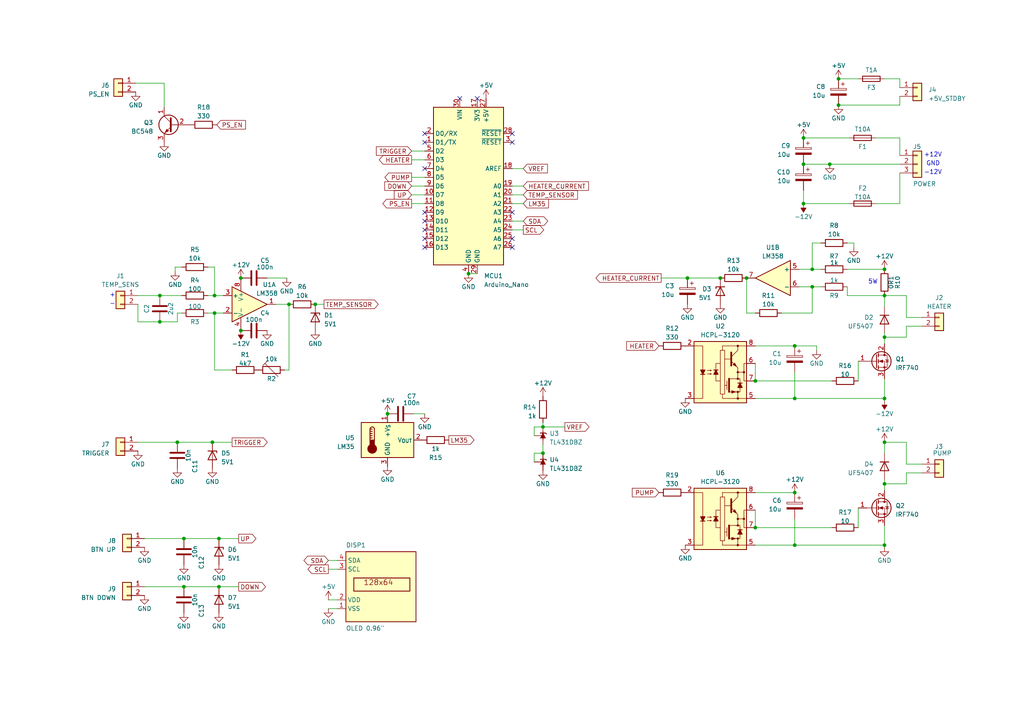
<source format=kicad_sch>
(kicad_sch (version 20230121) (generator eeschema)
  (paper "A4")
  (title_block (title "DDS-915-DIY") (date "2023-06-08") (rev "1.0") (company "RTEK1000"))
  (lib_symbols
    (symbol "Amplifier_Operational:LM358" (pin_names (offset 0.127))
      (property "Reference" "U" (at 0 5.08 0))
      (property "Value" "LM358" (at 0 -5.08 0))
      (symbol "LM358_1_1"
        (polyline (pts (xy -5.08 5.08) (xy 5.08 0) (xy -5.08 -5.08) (xy -5.08 5.08)) (stroke (width 0.254)) (fill (type background)))
        (pin output line (at 7.62 0 180) (length 2.54) (name "~") (number "1"))
        (pin input line (at -7.62 -2.54 0) (length 2.54) (name "-") (number "2"))
        (pin input line (at -7.62 2.54 0) (length 2.54) (name "+") (number "3"))
      )
      (symbol "LM358_2_1"
        (polyline (pts (xy -5.08 5.08) (xy 5.08 0) (xy -5.08 -5.08) (xy -5.08 5.08)) (stroke (width 0.254)) (fill (type background)))
        (pin input line (at -7.62 2.54 0) (length 2.54) (name "+") (number "5"))
        (pin input line (at -7.62 -2.54 0) (length 2.54) (name "-") (number "6"))
        (pin output line (at 7.62 0 180) (length 2.54) (name "~") (number "7"))
      )
      (symbol "LM358_3_1"
        (pin power_in line (at -2.54 -7.62 90) (length 3.81) (name "V-") (number "4"))
        (pin power_in line (at -2.54 7.62 270) (length 3.81) (name "V+") (number "8"))
      )
    )
    (symbol "Connector_Generic:Conn_01x02" (pin_names (offset 1.016) hide)
      (property "Reference" "J" (at 0 2.54 0))
      (property "Value" "Conn_01x02" (at 0 -5.08 0))
      (symbol "Conn_01x02_1_1"
        (rectangle (start -1.27 -2.413) (end 0 -2.667) (stroke (width 0.1524)))
        (rectangle (start -1.27 0.127) (end 0 -0.127) (stroke (width 0.1524)))
        (rectangle (start -1.27 1.27) (end 1.27 -3.81) (stroke (width 0.254)) (fill (type background)))
        (pin passive line (at -5.08 0 0) (length 3.81) (name "Pin_1") (number "1"))
        (pin passive line (at -5.08 -2.54 0) (length 3.81) (name "Pin_2") (number "2"))
      )
    )
    (symbol "Connector_Generic:Conn_01x03" (pin_names (offset 1.016) hide)
      (property "Reference" "J" (at 0 5.08 0))
      (property "Value" "Conn_01x03" (at 0 -5.08 0))
      (symbol "Conn_01x03_1_1"
        (rectangle (start -1.27 -2.413) (end 0 -2.667) (stroke (width 0.1524)))
        (rectangle (start -1.27 0.127) (end 0 -0.127) (stroke (width 0.1524)))
        (rectangle (start -1.27 2.667) (end 0 2.413) (stroke (width 0.1524)))
        (rectangle (start -1.27 3.81) (end 1.27 -3.81) (stroke (width 0.254)) (fill (type background)))
        (pin passive line (at -5.08 2.54 0) (length 3.81) (name "Pin_1") (number "1"))
        (pin passive line (at -5.08 0 0) (length 3.81) (name "Pin_2") (number "2"))
        (pin passive line (at -5.08 -2.54 0) (length 3.81) (name "Pin_3") (number "3"))
      )
    )
    (symbol "Device:C" (pin_numbers hide) (pin_names (offset 0.254))
      (property "Reference" "C" (at 0.635 2.54 0))
      (property "Value" "C" (at 0.635 -2.54 0))
      (symbol "C_0_1"
        (polyline (pts (xy -2.032 -0.762) (xy 2.032 -0.762)) (stroke (width 0.508)))
        (polyline (pts (xy -2.032 0.762) (xy 2.032 0.762)) (stroke (width 0.508)))
      )
      (symbol "C_1_1"
        (pin passive line (at 0 3.81 270) (length 2.794) (name "~") (number "1"))
        (pin passive line (at 0 -3.81 90) (length 2.794) (name "~") (number "2"))
      )
    )
    (symbol "Device:C_Polarized" (pin_numbers hide) (pin_names (offset 0.254))
      (property "Reference" "C" (at 0.635 2.54 0))
      (property "Value" "C_Polarized" (at 0.635 -2.54 0))
      (symbol "C_Polarized_0_1"
        (rectangle (start -2.286 0.508) (end 2.286 1.016))
        (polyline (pts (xy -1.778 2.286) (xy -0.762 2.286)))
        (polyline (pts (xy -1.27 2.794) (xy -1.27 1.778)))
        (rectangle (start 2.286 -0.508) (end -2.286 -1.016) (fill (type outline)))
      )
      (symbol "C_Polarized_1_1"
        (pin passive line (at 0 3.81 270) (length 2.794) (name "~") (number "1"))
        (pin passive line (at 0 -3.81 90) (length 2.794) (name "~") (number "2"))
      )
    )
    (symbol "Device:D" (pin_numbers hide) (pin_names (offset 1.016) hide)
      (property "Reference" "D" (at 0 2.54 0))
      (property "Value" "D" (at 0 -2.54 0))
      (symbol "D_0_1"
        (polyline (pts (xy -1.27 1.27) (xy -1.27 -1.27)) (stroke (width 0.254)))
        (polyline (pts (xy 1.27 0) (xy -1.27 0)))
        (polyline (pts (xy 1.27 1.27) (xy 1.27 -1.27) (xy -1.27 0) (xy 1.27 1.27)) (stroke (width 0.254)))
      )
      (symbol "D_1_1"
        (pin passive line (at -3.81 0 0) (length 2.54) (name "K") (number "1"))
        (pin passive line (at 3.81 0 180) (length 2.54) (name "A") (number "2"))
      )
    )
    (symbol "Device:D_Zener" (pin_numbers hide) (pin_names (offset 1.016) hide)
      (property "Reference" "D" (at 0 2.54 0))
      (property "Value" "D_Zener" (at 0 -2.54 0))
      (symbol "D_Zener_0_1"
        (polyline (pts (xy 1.27 0) (xy -1.27 0)))
        (polyline (pts (xy -1.27 -1.27) (xy -1.27 1.27) (xy -0.762 1.27)) (stroke (width 0.254)))
        (polyline (pts (xy 1.27 -1.27) (xy 1.27 1.27) (xy -1.27 0) (xy 1.27 -1.27)) (stroke (width 0.254)))
      )
      (symbol "D_Zener_1_1"
        (pin passive line (at -3.81 0 0) (length 2.54) (name "K") (number "1"))
        (pin passive line (at 3.81 0 180) (length 2.54) (name "A") (number "2"))
      )
    )
    (symbol "Device:Fuse" (pin_numbers hide) (pin_names (offset 0))
      (property "Reference" "F" (at 2.032 0 90))
      (property "Value" "Fuse" (at -1.905 0 90))
      (symbol "Fuse_0_1"
        (rectangle (start -0.762 -2.54) (end 0.762 2.54) (stroke (width 0.254)))
        (polyline (pts (xy 0 2.54) (xy 0 -2.54)))
      )
      (symbol "Fuse_1_1"
        (pin passive line (at 0 3.81 270) (length 1.27) (name "~") (number "1"))
        (pin passive line (at 0 -3.81 90) (length 1.27) (name "~") (number "2"))
      )
    )
    (symbol "Device:R" (pin_numbers hide) (pin_names (offset 0))
      (property "Reference" "R" (at 2.032 0 90))
      (property "Value" "R" (at 0 0 90))
      (symbol "R_0_1"
        (rectangle (start -1.016 -2.54) (end 1.016 2.54) (stroke (width 0.254)))
      )
      (symbol "R_1_1"
        (pin passive line (at 0 3.81 270) (length 1.27) (name "~") (number "1"))
        (pin passive line (at 0 -3.81 90) (length 1.27) (name "~") (number "2"))
      )
    )
    (symbol "Device:R_Trim" (pin_numbers hide) (pin_names (offset 0))
      (property "Reference" "R" (at 2.54 -2.54 90))
      (property "Value" "R_Trim" (at -2.54 -0.635 90))
      (symbol "R_Trim_0_1"
        (rectangle (start -1.016 -2.54) (end 1.016 2.54) (stroke (width 0.254)))
        (polyline (pts (xy -1.905 -1.905) (xy 1.905 1.905) (xy 2.54 1.27) (xy 1.27 2.54)))
      )
      (symbol "R_Trim_1_1"
        (pin passive line (at 0 3.81 270) (length 1.27) (name "~") (number "1"))
        (pin passive line (at 0 -3.81 90) (length 1.27) (name "~") (number "2"))
      )
    )
    (symbol "Driver_FET:HCPL-3120" (pin_names hide)
      (property "Reference" "U" (at 0 12.7 0))
      (property "Value" "HCPL-3120" (at 0 10.16 0))
      (symbol "HCPL-3120_0_1"
        (rectangle (start -7.62 8.89) (end 7.62 -8.89) (stroke (width 0.254)) (fill (type background)))
        (polyline (pts (xy -5.715 -0.635) (xy -4.445 -0.635)) (stroke (width 0.254)))
        (polyline (pts (xy -0.635 0.635) (xy -1.905 0.635)) (stroke (width 0.254)))
        (polyline (pts (xy 1.27 -3.81) (xy 1.905 -3.81)))
        (polyline (pts (xy 1.905 -5.08) (xy 1.905 -2.54)))
        (polyline (pts (xy 2.54 -5.715) (xy 2.54 -1.905)) (stroke (width 0.508)))
        (polyline (pts (xy 3.048 3.81) (xy 1.27 3.81)))
        (polyline (pts (xy 3.175 4.445) (xy 5.08 6.35)))
        (polyline (pts (xy 4.445 -1.905) (xy 2.54 -1.905)))
        (polyline (pts (xy 5.08 -5.715) (xy 5.08 -7.62)))
        (polyline (pts (xy 5.08 0) (xy 6.858 0)))
        (polyline (pts (xy 5.08 1.27) (xy 3.175 3.175)) (fill (type outline)))
        (polyline (pts (xy 5.08 1.27) (xy 5.08 -1.905)))
        (polyline (pts (xy 5.08 6.35) (xy 5.08 7.62)))
        (polyline (pts (xy 6.35 -3.175) (xy 5.08 -3.175)) (stroke (width 0.254)))
        (polyline (pts (xy 7.62 7.62) (xy 0.635 7.62)))
        (polyline (pts (xy -1.27 -0.635) (xy -1.27 -2.54) (xy 0 -2.54)))
        (polyline (pts (xy -1.27 0.635) (xy -1.27 2.54) (xy 0 2.54)))
        (polyline (pts (xy 0.635 -6.35) (xy 0.635 -7.62) (xy 7.62 -7.62)))
        (polyline (pts (xy 3.175 5.715) (xy 3.175 1.905) (xy 3.175 1.905)) (stroke (width 0.508)))
        (polyline (pts (xy 4.445 -1.905) (xy 5.715 -1.905) (xy 5.715 -3.175)))
        (polyline (pts (xy 5.715 -4.445) (xy 5.715 -5.715) (xy 2.54 -5.715)))
        (polyline (pts (xy -7.62 7.62) (xy -5.08 7.62) (xy -5.08 -7.62) (xy -7.62 -7.62)))
        (polyline (pts (xy -5.08 -0.635) (xy -5.715 0.635) (xy -4.445 0.635) (xy -5.08 -0.635)) (stroke (width 0.254)) (fill (type outline)))
        (polyline (pts (xy -1.27 0.635) (xy -0.635 -0.635) (xy -1.905 -0.635) (xy -1.27 0.635)) (stroke (width 0.254)) (fill (type outline)))
        (polyline (pts (xy 4.445 -5.715) (xy 3.302 -5.334) (xy 3.302 -6.096) (xy 4.445 -5.715)) (fill (type outline)))
        (polyline (pts (xy 5.715 -3.175) (xy 6.35 -4.445) (xy 5.08 -4.445) (xy 5.715 -3.175)) (stroke (width 0.254)) (fill (type outline)))
        (polyline (pts (xy 7.62 2.54) (xy 6.858 2.54) (xy 6.858 -2.54) (xy 7.62 -2.54)))
        (polyline (pts (xy -3.81 -0.508) (xy -2.54 -0.508) (xy -2.921 -0.635) (xy -2.921 -0.381) (xy -2.54 -0.508)))
        (polyline (pts (xy -3.81 0.508) (xy -2.54 0.508) (xy -2.921 0.381) (xy -2.921 0.635) (xy -2.54 0.508)))
        (polyline (pts (xy 1.27 6.35) (xy 1.27 -6.35) (xy 0 -6.35) (xy 0 6.35) (xy 1.27 6.35)))
        (polyline (pts (xy 3.683 2.159) (xy 4.191 2.667) (xy 4.699 1.651) (xy 3.683 2.159) (xy 3.683 2.159)) (fill (type outline)))
        (rectangle (start 0.635 6.35) (end 0.635 6.35))
        (rectangle (start 0.635 6.35) (end 0.635 7.62))
        (circle (center 5.08 -7.62) (radius 0.254) (fill (type outline)))
        (circle (center 5.08 -5.715) (radius 0.254) (fill (type outline)))
        (circle (center 5.08 -1.905) (radius 0.254) (fill (type outline)))
        (circle (center 5.08 0) (radius 0.254) (fill (type outline)))
        (circle (center 5.08 7.62) (radius 0.254) (fill (type outline)))
        (circle (center 6.858 0) (radius 0.254) (fill (type outline)))
      )
      (symbol "HCPL-3120_1_1"
        (pin no_connect line (at -7.62 2.54 0) (length 2.54) hide (name "NC") (number "1"))
        (pin passive line (at -10.16 7.62 0) (length 2.54) (name "A") (number "2"))
        (pin passive line (at -10.16 -7.62 0) (length 2.54) (name "C") (number "3"))
        (pin no_connect line (at -7.62 -2.54 0) (length 2.54) hide (name "NC") (number "4"))
        (pin power_out line (at 10.16 -7.62 180) (length 2.54) (name "VEE") (number "5"))
        (pin output line (at 10.16 2.54 180) (length 2.54) (name "VO") (number "6"))
        (pin output line (at 10.16 -2.54 180) (length 2.54) (name "VO") (number "7"))
        (pin power_in line (at 10.16 7.62 180) (length 2.54) (name "VCC") (number "8"))
      )
    )
    (symbol "MCU_Module:Arduino_Nano_v3.x"
      (property "Reference" "A" (at -10.16 23.495 0))
      (property "Value" "Arduino_Nano_v3.x" (at 5.08 -24.13 0))
      (symbol "Arduino_Nano_v3.x_0_1"
        (rectangle (start -10.16 22.86) (end 10.16 -22.86) (stroke (width 0.254)) (fill (type background)))
      )
      (symbol "Arduino_Nano_v3.x_1_1"
        (pin bidirectional line (at -12.7 12.7 0) (length 2.54) (name "D1/TX") (number "1"))
        (pin bidirectional line (at -12.7 -2.54 0) (length 2.54) (name "D7") (number "10"))
        (pin bidirectional line (at -12.7 -5.08 0) (length 2.54) (name "D8") (number "11"))
        (pin bidirectional line (at -12.7 -7.62 0) (length 2.54) (name "D9") (number "12"))
        (pin bidirectional line (at -12.7 -10.16 0) (length 2.54) (name "D10") (number "13"))
        (pin bidirectional line (at -12.7 -12.7 0) (length 2.54) (name "D11") (number "14"))
        (pin bidirectional line (at -12.7 -15.24 0) (length 2.54) (name "D12") (number "15"))
        (pin bidirectional line (at -12.7 -17.78 0) (length 2.54) (name "D13") (number "16"))
        (pin power_out line (at 2.54 25.4 270) (length 2.54) (name "3V3") (number "17"))
        (pin input line (at 12.7 5.08 180) (length 2.54) (name "AREF") (number "18"))
        (pin bidirectional line (at 12.7 0 180) (length 2.54) (name "A0") (number "19"))
        (pin bidirectional line (at -12.7 15.24 0) (length 2.54) (name "D0/RX") (number "2"))
        (pin bidirectional line (at 12.7 -2.54 180) (length 2.54) (name "A1") (number "20"))
        (pin bidirectional line (at 12.7 -5.08 180) (length 2.54) (name "A2") (number "21"))
        (pin bidirectional line (at 12.7 -7.62 180) (length 2.54) (name "A3") (number "22"))
        (pin bidirectional line (at 12.7 -10.16 180) (length 2.54) (name "A4") (number "23"))
        (pin bidirectional line (at 12.7 -12.7 180) (length 2.54) (name "A5") (number "24"))
        (pin bidirectional line (at 12.7 -15.24 180) (length 2.54) (name "A6") (number "25"))
        (pin bidirectional line (at 12.7 -17.78 180) (length 2.54) (name "A7") (number "26"))
        (pin power_out line (at 5.08 25.4 270) (length 2.54) (name "+5V") (number "27"))
        (pin input line (at 12.7 15.24 180) (length 2.54) (name "~{RESET}") (number "28"))
        (pin power_in line (at 2.54 -25.4 90) (length 2.54) (name "GND") (number "29"))
        (pin input line (at 12.7 12.7 180) (length 2.54) (name "~{RESET}") (number "3"))
        (pin power_in line (at -2.54 25.4 270) (length 2.54) (name "VIN") (number "30"))
        (pin power_in line (at 0 -25.4 90) (length 2.54) (name "GND") (number "4"))
        (pin bidirectional line (at -12.7 10.16 0) (length 2.54) (name "D2") (number "5"))
        (pin bidirectional line (at -12.7 7.62 0) (length 2.54) (name "D3") (number "6"))
        (pin bidirectional line (at -12.7 5.08 0) (length 2.54) (name "D4") (number "7"))
        (pin bidirectional line (at -12.7 2.54 0) (length 2.54) (name "D5") (number "8"))
        (pin bidirectional line (at -12.7 0 0) (length 2.54) (name "D6") (number "9"))
      )
    )
    (symbol "OLED:OLED_0.96"
      (property "Reference" "DISP" (at -8.89 11.43 0))
      (symbol "OLED_0.96_0_0"
        (rectangle (start -7.874 2.54) (end 8.382 -1.27) (stroke (width 0.254)))
      )
      (symbol "OLED_0.96_0_1"
        (rectangle (start -10.16 10.16) (end 10.16 -10.16) (stroke (width 0.254)) (fill (type background)))
      )
      (symbol "OLED_0.96_1_0"
        (text "128x64" (at -5.08 1.27 0) (effects (font (size 1.524 1.524)) (justify left)))
      )
      (symbol "OLED_0.96_1_1"
        (pin power_in line (at -12.7 -6.35 0) (length 2.54) (name "VSS") (number "1"))
        (pin power_in line (at -12.7 -3.81 0) (length 2.54) (name "VDD") (number "2"))
        (pin input line (at -12.7 5.08 0) (length 2.54) (name "SCL") (number "3"))
        (pin bidirectional line (at -12.7 7.62 0) (length 2.54) (name "SDA") (number "4"))
      )
    )
    (symbol "Reference_Voltage:TL431DBZ" (pin_numbers hide) (pin_names hide)
      (property "Reference" "U" (at -2.54 2.54 0))
      (property "Value" "TL431DBZ" (at 0 -2.54 0))
      (symbol "TL431DBZ_0_1"
        (polyline (pts (xy -1.27 0) (xy 0 0) (xy 1.27 0)))
        (polyline (pts (xy -0.762 0.762) (xy 0.762 0) (xy -0.762 -0.762)) (fill (type outline)))
        (polyline (pts (xy 0.508 -1.016) (xy 0.762 -0.762) (xy 0.762 0.762) (xy 0.762 0.762)) (stroke (width 0.254)))
      )
      (symbol "TL431DBZ_1_1"
        (pin passive line (at 2.54 0 180) (length 2.54) (name "K") (number "1"))
        (pin passive line (at 0 2.54 270) (length 2.54) (name "REF") (number "2"))
        (pin passive line (at -2.54 0 0) (length 2.54) (name "A") (number "3"))
      )
    )
    (symbol "Sensor_Temperature:LM35-LP"
      (property "Reference" "U" (at -6.35 6.35 0))
      (property "Value" "LM35-LP" (at 1.27 6.35 0))
      (symbol "LM35-LP_0_1"
        (rectangle (start -7.62 5.08) (end 7.62 -5.08) (stroke (width 0.254)) (fill (type background)))
        (circle (center -4.445 -2.54) (radius 1.27) (stroke (width 0.254)) (fill (type outline)))
        (rectangle (start -3.81 -1.905) (end -5.08 0) (stroke (width 0.254)) (fill (type outline)))
        (arc (start -3.81 3.175) (mid -4.445 3.8073) (end -5.08 3.175) (stroke (width 0.254)))
        (polyline (pts (xy -5.08 0.635) (xy -4.445 0.635)) (stroke (width 0.254)))
        (polyline (pts (xy -5.08 1.27) (xy -4.445 1.27)) (stroke (width 0.254)))
        (polyline (pts (xy -5.08 1.905) (xy -4.445 1.905)) (stroke (width 0.254)))
        (polyline (pts (xy -5.08 2.54) (xy -4.445 2.54)) (stroke (width 0.254)))
        (polyline (pts (xy -5.08 3.175) (xy -5.08 0)) (stroke (width 0.254)))
        (polyline (pts (xy -5.08 3.175) (xy -4.445 3.175)) (stroke (width 0.254)))
        (polyline (pts (xy -3.81 3.175) (xy -3.81 0)) (stroke (width 0.254)))
      )
      (symbol "LM35-LP_1_1"
        (pin power_in line (at 0 7.62 270) (length 2.54) (name "+V_{S}") (number "1"))
        (pin output line (at 10.16 0 180) (length 2.54) (name "V_{OUT}") (number "2"))
        (pin power_in line (at 0 -7.62 90) (length 2.54) (name "GND") (number "3"))
      )
    )
    (symbol "Transistor_BJT:BC548" (pin_names (offset 0) hide)
      (property "Reference" "Q" (at 5.08 1.905 0))
      (property "Value" "BC548" (at 5.08 0 0))
      (symbol "BC548_0_1"
        (polyline (pts (xy 0 0) (xy 0.635 0)))
        (polyline (pts (xy 0.635 0.635) (xy 2.54 2.54)))
        (polyline (pts (xy 0.635 -0.635) (xy 2.54 -2.54) (xy 2.54 -2.54)))
        (polyline (pts (xy 0.635 1.905) (xy 0.635 -1.905) (xy 0.635 -1.905)) (stroke (width 0.508)))
        (polyline (pts (xy 1.27 -1.778) (xy 1.778 -1.27) (xy 2.286 -2.286) (xy 1.27 -1.778) (xy 1.27 -1.778)) (fill (type outline)))
        (circle (center 1.27 0) (radius 2.8194) (stroke (width 0.254)))
      )
      (symbol "BC548_1_1"
        (pin passive line (at 2.54 5.08 270) (length 2.54) (name "C") (number "1"))
        (pin input line (at -5.08 0 0) (length 5.08) (name "B") (number "2"))
        (pin passive line (at 2.54 -5.08 90) (length 2.54) (name "E") (number "3"))
      )
    )
    (symbol "Transistor_FET:IRF740" (pin_names hide)
      (property "Reference" "Q" (at 6.35 1.905 0))
      (property "Value" "IRF740" (at 6.35 0 0))
      (symbol "IRF740_0_1"
        (polyline (pts (xy 0.254 0) (xy -2.54 0)))
        (polyline (pts (xy 0.254 1.905) (xy 0.254 -1.905)) (stroke (width 0.254)))
        (polyline (pts (xy 0.762 -1.27) (xy 0.762 -2.286)) (stroke (width 0.254)))
        (polyline (pts (xy 0.762 0.508) (xy 0.762 -0.508)) (stroke (width 0.254)))
        (polyline (pts (xy 0.762 2.286) (xy 0.762 1.27)) (stroke (width 0.254)))
        (polyline (pts (xy 2.54 2.54) (xy 2.54 1.778)))
        (polyline (pts (xy 2.54 -2.54) (xy 2.54 0) (xy 0.762 0)))
        (polyline (pts (xy 0.762 -1.778) (xy 3.302 -1.778) (xy 3.302 1.778) (xy 0.762 1.778)))
        (polyline (pts (xy 1.016 0) (xy 2.032 0.381) (xy 2.032 -0.381) (xy 1.016 0)) (fill (type outline)))
        (polyline (pts (xy 2.794 0.508) (xy 2.921 0.381) (xy 3.683 0.381) (xy 3.81 0.254)))
        (polyline (pts (xy 3.302 0.381) (xy 2.921 -0.254) (xy 3.683 -0.254) (xy 3.302 0.381)))
        (circle (center 1.651 0) (radius 2.794) (stroke (width 0.254)))
        (circle (center 2.54 -1.778) (radius 0.254) (fill (type outline)))
        (circle (center 2.54 1.778) (radius 0.254) (fill (type outline)))
      )
      (symbol "IRF740_1_1"
        (pin input line (at -5.08 0 0) (length 2.54) (name "G") (number "1"))
        (pin passive line (at 2.54 5.08 270) (length 2.54) (name "D") (number "2"))
        (pin passive line (at 2.54 -5.08 90) (length 2.54) (name "S") (number "3"))
      )
    )
    (symbol "power:+12V" (power) (pin_names (offset 0))
      (property "Value" "+12V" (at 0 3.556 0))
      (symbol "+12V_0_1"
        (polyline (pts (xy -0.762 1.27) (xy 0 2.54)))
        (polyline (pts (xy 0 0) (xy 0 2.54)))
        (polyline (pts (xy 0 2.54) (xy 0.762 1.27)))
      )
      (symbol "+12V_1_1"
        (pin power_in line (at 0 0 90) (length 0) hide (name "+12V") (number "1"))
      )
    )
    (symbol "power:+5V" (power) (pin_names (offset 0))
      (property "Value" "+5V" (at 0 3.556 0))
      (symbol "+5V_0_1"
        (polyline (pts (xy -0.762 1.27) (xy 0 2.54)))
        (polyline (pts (xy 0 0) (xy 0 2.54)))
        (polyline (pts (xy 0 2.54) (xy 0.762 1.27)))
      )
      (symbol "+5V_1_1"
        (pin power_in line (at 0 0 90) (length 0) hide (name "+5V") (number "1"))
      )
    )
    (symbol "power:-12V" (power) (pin_names (offset 0))
      (property "Value" "-12V" (at 0 3.81 0))
      (symbol "-12V_0_0"
        (pin power_in line (at 0 0 90) (length 0) hide (name "-12V") (number "1"))
      )
      (symbol "-12V_0_1"
        (polyline (pts (xy 0 0) (xy 0 1.27) (xy 0.762 1.27) (xy 0 2.54) (xy -0.762 1.27) (xy 0 1.27)) (fill (type outline)))
      )
    )
    (symbol "power:GND" (power) (pin_names (offset 0))
      (property "Value" "GND" (at 0 -3.81 0))
      (symbol "GND_0_1"
        (polyline (pts (xy 0 0) (xy 0 -1.27) (xy 1.27 -1.27) (xy 0 -2.54) (xy -1.27 -1.27) (xy 0 -1.27)))
      )
      (symbol "GND_1_1"
        (pin power_in line (at 0 0 270) (length 0) hide (name "GND") (number "1"))
      )
    )
  )
  (junction (at 256.54 115.57))
  (junction (at 256.54 97.79))
  (junction (at 256.54 140.335))
  (junction (at 243.205 22.86))
  (junction (at 62.23 90.805))
  (junction (at 83.82 88.265))
  (junction (at 235.585 78.105))
  (junction (at 208.915 80.645))
  (junction (at 230.505 142.875))
  (junction (at 233.045 40.005))
  (junction (at 256.54 158.115))
  (junction (at 69.85 80.645))
  (junction (at 240.665 47.625))
  (junction (at 199.39 80.645))
  (junction (at 53.34 156.21))
  (junction (at 69.85 95.885))
  (junction (at 219.075 110.49))
  (junction (at 112.395 120.015))
  (junction (at 256.54 85.725))
  (junction (at 233.045 47.625))
  (junction (at 63.5 156.21))
  (junction (at 135.89 79.375))
  (junction (at 91.44 88.265))
  (junction (at 256.54 128.27))
  (junction (at 157.48 123.825))
  (junction (at 219.075 153.035))
  (junction (at 256.54 78.105))
  (junction (at 53.34 170.18))
  (junction (at 243.205 30.48))
  (junction (at 46.355 93.345))
  (junction (at 235.585 83.185))
  (junction (at 51.435 128.27))
  (junction (at 230.505 158.115))
  (junction (at 216.535 80.645))
  (junction (at 230.505 100.33))
  (junction (at 63.5 170.18))
  (junction (at 157.48 131.445))
  (junction (at 62.23 85.725))
  (junction (at 61.595 128.27))
  (junction (at 230.505 115.57))
  (junction (at 46.355 85.725))
  (junction (at 233.045 59.055))
  (no_connect (at 123.19 69.215))
  (no_connect (at 123.19 64.135))
  (no_connect (at 123.19 66.675))
  (no_connect (at 148.59 41.275))
  (no_connect (at 133.35 28.575))
  (no_connect (at 148.59 71.755))
  (no_connect (at 123.19 48.895))
  (no_connect (at 123.19 38.735))
  (no_connect (at 148.59 61.595))
  (no_connect (at 123.19 41.275))
  (no_connect (at 138.43 28.575))
  (no_connect (at 148.59 38.735))
  (no_connect (at 123.19 71.755))
  (no_connect (at 123.19 61.595))
  (no_connect (at 148.59 69.215))
  (wire (pts (xy 83.82 88.265) (xy 83.82 107.315)))
  (wire (pts (xy 262.89 94.615) (xy 262.89 97.79)))
  (wire (pts (xy 260.985 22.86) (xy 256.54 22.86)))
  (wire (pts (xy 119.38 43.815) (xy 123.19 43.815)))
  (wire (pts (xy 230.505 107.95) (xy 230.505 115.57)))
  (wire (pts (xy 230.505 100.33) (xy 219.075 100.33)))
  (wire (pts (xy 67.31 107.315) (xy 62.23 107.315)))
  (wire (pts (xy 246.38 59.055) (xy 233.045 59.055)))
  (wire (pts (xy 262.89 137.16) (xy 262.89 140.335)))
  (wire (pts (xy 262.89 134.62) (xy 262.89 128.27)))
  (wire (pts (xy 69.215 156.21) (xy 63.5 156.21)))
  (wire (pts (xy 238.125 78.105) (xy 235.585 78.105)))
  (wire (pts (xy 157.48 122.555) (xy 157.48 123.825)))
  (wire (pts (xy 67.31 128.27) (xy 61.595 128.27)))
  (wire (pts (xy 248.92 104.775) (xy 248.92 110.49)))
  (wire (pts (xy 95.25 162.56) (xy 97.79 162.56)))
  (wire (pts (xy 119.38 51.435) (xy 123.19 51.435)))
  (wire (pts (xy 61.595 128.27) (xy 51.435 128.27)))
  (wire (pts (xy 47.625 24.13) (xy 47.625 31.115)))
  (wire (pts (xy 256.54 158.115) (xy 230.505 158.115)))
  (wire (pts (xy 267.335 134.62) (xy 262.89 134.62)))
  (wire (pts (xy 151.765 66.675) (xy 148.59 66.675)))
  (wire (pts (xy 256.54 78.105) (xy 245.745 78.105)))
  (wire (pts (xy 199.39 80.645) (xy 191.77 80.645)))
  (wire (pts (xy 119.38 53.975) (xy 123.19 53.975)))
  (wire (pts (xy 256.54 97.79) (xy 256.54 99.695)))
  (wire (pts (xy 51.435 128.27) (xy 40.005 128.27)))
  (wire (pts (xy 154.94 123.825) (xy 154.94 126.365)))
  (wire (pts (xy 148.59 56.515) (xy 151.765 56.515)))
  (wire (pts (xy 256.54 139.065) (xy 256.54 140.335)))
  (wire (pts (xy 50.8 77.47) (xy 50.8 78.74)))
  (wire (pts (xy 236.855 101.6) (xy 236.855 100.33)))
  (wire (pts (xy 62.23 77.47) (xy 62.23 85.725)))
  (wire (pts (xy 260.985 59.055) (xy 254 59.055)))
  (wire (pts (xy 238.125 83.185) (xy 235.585 83.185)))
  (wire (pts (xy 52.705 77.47) (xy 50.8 77.47)))
  (wire (pts (xy 248.92 147.32) (xy 248.92 153.035)))
  (wire (pts (xy 267.335 92.075) (xy 262.89 92.075)))
  (wire (pts (xy 60.325 77.47) (xy 62.23 77.47)))
  (wire (pts (xy 230.505 142.875) (xy 219.075 142.875)))
  (wire (pts (xy 256.54 152.4) (xy 256.54 158.115)))
  (wire (pts (xy 236.855 100.33) (xy 230.505 100.33)))
  (wire (pts (xy 241.3 153.035) (xy 219.075 153.035)))
  (wire (pts (xy 256.54 85.725) (xy 256.54 88.9)))
  (wire (pts (xy 230.505 150.495) (xy 230.505 158.115)))
  (wire (pts (xy 235.585 90.805) (xy 235.585 83.185)))
  (wire (pts (xy 60.325 85.725) (xy 62.23 85.725)))
  (wire (pts (xy 260.985 45.085) (xy 260.985 40.005)))
  (wire (pts (xy 235.585 70.485) (xy 235.585 78.105)))
  (wire (pts (xy 235.585 78.105) (xy 231.775 78.105)))
  (wire (pts (xy 52.705 90.805) (xy 51.435 90.805)))
  (wire (pts (xy 247.65 71.755) (xy 247.65 70.485)))
  (wire (pts (xy 245.745 85.725) (xy 256.54 85.725)))
  (wire (pts (xy 62.23 85.725) (xy 64.77 85.725)))
  (wire (pts (xy 69.215 170.18) (xy 63.5 170.18)))
  (wire (pts (xy 46.355 93.345) (xy 51.435 93.345)))
  (wire (pts (xy 262.89 128.27) (xy 256.54 128.27)))
  (wire (pts (xy 260.985 30.48) (xy 243.205 30.48)))
  (wire (pts (xy 260.985 27.94) (xy 260.985 30.48)))
  (wire (pts (xy 151.765 48.895) (xy 148.59 48.895)))
  (wire (pts (xy 119.38 59.055) (xy 123.19 59.055)))
  (wire (pts (xy 51.435 93.345) (xy 51.435 90.805)))
  (wire (pts (xy 83.82 107.315) (xy 82.55 107.315)))
  (wire (pts (xy 230.505 115.57) (xy 219.075 115.57)))
  (wire (pts (xy 219.075 90.805) (xy 216.535 90.805)))
  (wire (pts (xy 262.89 85.725) (xy 256.54 85.725)))
  (wire (pts (xy 262.89 97.79) (xy 256.54 97.79)))
  (wire (pts (xy 267.335 94.615) (xy 262.89 94.615)))
  (wire (pts (xy 62.23 90.805) (xy 64.77 90.805)))
  (wire (pts (xy 95.25 165.1) (xy 97.79 165.1)))
  (wire (pts (xy 238.125 70.485) (xy 235.585 70.485)))
  (wire (pts (xy 151.765 64.135) (xy 148.59 64.135)))
  (wire (pts (xy 60.325 90.805) (xy 62.23 90.805)))
  (wire (pts (xy 95.25 173.99) (xy 97.79 173.99)))
  (wire (pts (xy 262.89 140.335) (xy 256.54 140.335)))
  (wire (pts (xy 119.38 46.355) (xy 123.19 46.355)))
  (wire (pts (xy 260.985 25.4) (xy 260.985 22.86)))
  (wire (pts (xy 123.19 120.015) (xy 120.015 120.015)))
  (wire (pts (xy 256.54 115.57) (xy 256.54 116.205)))
  (wire (pts (xy 40.005 88.265) (xy 40.005 93.345)))
  (wire (pts (xy 157.48 128.905) (xy 157.48 131.445)))
  (wire (pts (xy 226.695 90.805) (xy 235.585 90.805)))
  (wire (pts (xy 219.075 110.49) (xy 241.3 110.49)))
  (wire (pts (xy 39.37 24.13) (xy 47.625 24.13)))
  (wire (pts (xy 91.44 88.265) (xy 93.98 88.265)))
  (wire (pts (xy 240.665 47.625) (xy 233.045 47.625)))
  (wire (pts (xy 148.59 53.975) (xy 151.765 53.975)))
  (wire (pts (xy 53.34 156.21) (xy 41.91 156.21)))
  (wire (pts (xy 233.045 40.005) (xy 246.38 40.005)))
  (wire (pts (xy 256.54 109.855) (xy 256.54 115.57)))
  (wire (pts (xy 46.355 85.725) (xy 52.705 85.725)))
  (wire (pts (xy 256.54 128.27) (xy 256.54 131.445)))
  (wire (pts (xy 248.92 22.86) (xy 243.205 22.86)))
  (wire (pts (xy 40.005 93.345) (xy 46.355 93.345)))
  (wire (pts (xy 119.38 56.515) (xy 123.19 56.515)))
  (wire (pts (xy 216.535 90.805) (xy 216.535 80.645)))
  (wire (pts (xy 63.5 170.18) (xy 53.34 170.18)))
  (wire (pts (xy 148.59 59.055) (xy 151.765 59.055)))
  (wire (pts (xy 233.045 59.055) (xy 233.045 55.245)))
  (wire (pts (xy 262.89 92.075) (xy 262.89 85.725)))
  (wire (pts (xy 235.585 83.185) (xy 231.775 83.185)))
  (wire (pts (xy 154.94 131.445) (xy 154.94 133.985)))
  (wire (pts (xy 254 40.005) (xy 260.985 40.005)))
  (wire (pts (xy 256.54 115.57) (xy 230.505 115.57)))
  (wire (pts (xy 95.25 176.53) (xy 97.79 176.53)))
  (wire (pts (xy 267.335 137.16) (xy 262.89 137.16)))
  (wire (pts (xy 77.47 80.645) (xy 83.185 80.645)))
  (wire (pts (xy 80.01 88.265) (xy 83.82 88.265)))
  (wire (pts (xy 62.23 107.315) (xy 62.23 90.805)))
  (wire (pts (xy 157.48 131.445) (xy 154.94 131.445)))
  (wire (pts (xy 208.915 80.645) (xy 199.39 80.645)))
  (wire (pts (xy 157.48 123.825) (xy 154.94 123.825)))
  (wire (pts (xy 157.48 123.825) (xy 163.83 123.825)))
  (wire (pts (xy 247.65 70.485) (xy 245.745 70.485)))
  (wire (pts (xy 256.54 96.52) (xy 256.54 97.79)))
  (wire (pts (xy 230.505 158.115) (xy 219.075 158.115)))
  (wire (pts (xy 53.34 170.18) (xy 41.91 170.18)))
  (wire (pts (xy 240.665 47.625) (xy 260.985 47.625)))
  (wire (pts (xy 40.005 85.725) (xy 46.355 85.725)))
  (wire (pts (xy 256.54 140.335) (xy 256.54 142.24)))
  (wire (pts (xy 245.745 83.185) (xy 245.745 85.725)))
  (wire (pts (xy 260.985 50.165) (xy 260.985 59.055)))
  (wire (pts (xy 219.075 147.955) (xy 219.075 153.035)))
  (wire (pts (xy 219.075 105.41) (xy 219.075 110.49)))
  (wire (pts (xy 256.54 158.115) (xy 256.54 158.75)))
  (wire (pts (xy 135.89 79.375) (xy 138.43 79.375)))
  (wire (pts (xy 63.5 156.21) (xy 53.34 156.21)))
  (text "+12V" (at 267.97 45.72 0) (effects (font (size 1.27 1.27)) (justify left bottom)))
  (text "-12V" (at 267.97 50.8 0) (effects (font (size 1.27 1.27)) (justify left bottom)))
  (text "-" (at 31.75 88.9 0) (effects (font (size 1.27 1.27)) (justify left bottom)))
  (text "+" (at 31.75 86.36 0) (effects (font (size 1.27 1.27)) (justify left bottom)))
  (text "GND" (at 268.605 48.26 0) (effects (font (size 1.27 1.27)) (justify left bottom)))
  (text "5W" (at 254.635 82.55 0) (effects (font (size 1.27 1.27)) (justify right bottom)))
  (global_label "LM35" (shape output) (at 130.175 127.635 0) (property "Intersheetrefs" "${INTERSHEET_REFS}" (effects hide)))
  (global_label "PS_EN" (shape output) (at 119.38 59.055 180) (property "Intersheetrefs" "${INTERSHEET_REFS}" (effects hide)))
  (global_label "PUMP" (shape input) (at 191.135 142.875 180) (property "Intersheetrefs" "${INTERSHEET_REFS}" (effects hide)))
  (global_label "TEMP_SENSOR" (shape output) (at 93.98 88.265 0) (property "Intersheetrefs" "${INTERSHEET_REFS}" (effects hide)))
  (global_label "HEATER" (shape input) (at 191.135 100.33 180) (property "Intersheetrefs" "${INTERSHEET_REFS}" (effects hide)))
  (global_label "TRIGGER" (shape output) (at 67.31 128.27 0) (property "Intersheetrefs" "${INTERSHEET_REFS}" (effects hide)))
  (global_label "UP" (shape output) (at 69.215 156.21 0) (property "Intersheetrefs" "${INTERSHEET_REFS}" (effects hide)))
  (global_label "SCL" (shape output) (at 151.765 66.675 0) (property "Intersheetrefs" "${INTERSHEET_REFS}" (effects hide)))
  (global_label "DOWN" (shape output) (at 69.215 170.18 0) (property "Intersheetrefs" "${INTERSHEET_REFS}" (effects hide)))
  (global_label "PUMP" (shape output) (at 119.38 51.435 180) (property "Intersheetrefs" "${INTERSHEET_REFS}" (effects hide)))
  (global_label "LM35" (shape input) (at 151.765 59.055 0) (property "Intersheetrefs" "${INTERSHEET_REFS}" (effects hide)))
  (global_label "PS_EN" (shape input) (at 62.865 36.195 0) (property "Intersheetrefs" "${INTERSHEET_REFS}" (effects hide)))
  (global_label "HEATER" (shape output) (at 119.38 46.355 180) (property "Intersheetrefs" "${INTERSHEET_REFS}" (effects hide)))
  (global_label "VREF" (shape output) (at 163.83 123.825 0) (property "Intersheetrefs" "${INTERSHEET_REFS}" (effects hide)))
  (global_label "TRIGGER" (shape input) (at 119.38 43.815 180) (property "Intersheetrefs" "${INTERSHEET_REFS}" (effects hide)))
  (global_label "SDA" (shape bidirectional) (at 151.765 64.135 0) (property "Intersheetrefs" "${INTERSHEET_REFS}" (effects hide)))
  (global_label "TEMP_SENSOR" (shape input) (at 151.765 56.515 0) (property "Intersheetrefs" "${INTERSHEET_REFS}" (effects hide)))
  (global_label "VREF" (shape input) (at 151.765 48.895 0) (property "Intersheetrefs" "${INTERSHEET_REFS}" (effects hide)))
  (global_label "SCL" (shape output) (at 95.25 165.1 180) (property "Intersheetrefs" "${INTERSHEET_REFS}" (effects hide)))
  (global_label "UP" (shape input) (at 119.38 56.515 180) (property "Intersheetrefs" "${INTERSHEET_REFS}" (effects hide)))
  (global_label "HEATER_CURRENT" (shape input) (at 151.765 53.975 0) (property "Intersheetrefs" "${INTERSHEET_REFS}" (effects hide)))
  (global_label "SDA" (shape bidirectional) (at 95.25 162.56 180) (property "Intersheetrefs" "${INTERSHEET_REFS}" (effects hide)))
  (global_label "HEATER_CURRENT" (shape output) (at 191.77 80.645 180) (property "Intersheetrefs" "${INTERSHEET_REFS}" (effects hide)))
  (global_label "DOWN" (shape input) (at 119.38 53.975 180) (property "Intersheetrefs" "${INTERSHEET_REFS}" (effects hide)))
  (symbol (lib_id "Connector_Generic:Conn_01x02") (at 36.83 170.18 0) (mirror y) (unit 1)
    (property "Reference" "J9" (at 33.655 170.815 0) (effects (justify left)))
    (property "Value" "BTN DOWN" (at 33.655 173.355 0) (effects (justify left)))
  )
  (symbol (lib_id "power:+5V") (at 140.97 28.575 0) (unit 1)
    (property "Reference" "#PWR018" (effects hide))
    (property "Value" "+5V" (at 140.97 24.765 0))
  )
  (symbol (lib_id "Device:C_Polarized") (at 230.505 146.685 0) (mirror y) (unit 1)
    (property "Reference" "C6" (at 226.695 145.161 0) (effects (justify left)))
    (property "Value" "10u" (at 226.695 147.701 0) (effects (justify left)))
  )
  (symbol (lib_id "Device:R") (at 71.12 107.315 90) (unit 1)
    (property "Reference" "R1" (at 71.12 102.87 90))
    (property "Value" "4k7" (at 71.12 105.41 90))
  )
  (symbol (lib_id "Device:Fuse") (at 250.19 59.055 90) (unit 1)
    (property "Reference" "F2" (at 250.19 54.61 90))
    (property "Value" "T10A" (at 250.19 57.15 90))
  )
  (symbol (lib_id "power:GND") (at 50.8 78.74 0) (unit 1)
    (property "Reference" "#PWR01" (effects hide))
    (property "Value" "GND" (at 50.8 82.55 0))
  )
  (symbol (lib_id "Device:C") (at 53.34 160.02 0) (unit 1)
    (property "Reference" "C12" (at 58.42 163.195 90))
    (property "Value" "10n" (at 56.515 160.02 90))
  )
  (symbol (lib_id "Device:D_Zener") (at 91.44 92.075 270) (unit 1)
    (property "Reference" "D1" (at 93.98 91.44 90) (effects (justify left)))
    (property "Value" "5V1" (at 93.98 93.98 90) (effects (justify left)))
  )
  (symbol (lib_id "power:GND") (at 53.34 177.8 0) (unit 1)
    (property "Reference" "#PWR041" (effects hide))
    (property "Value" "GND" (at 53.34 181.61 0))
  )
  (symbol (lib_id "Device:R") (at 245.11 110.49 270) (mirror x) (unit 1)
    (property "Reference" "R16" (at 245.11 106.045 90))
    (property "Value" "10" (at 245.11 108.585 90))
  )
  (symbol (lib_id "power:GND") (at 236.855 101.6 0) (mirror y) (unit 1)
    (property "Reference" "#PWR06" (effects hide))
    (property "Value" "GND" (at 236.855 105.41 0))
  )
  (symbol (lib_id "Transistor_FET:IRF740") (at 254 104.775 0) (unit 1)
    (property "Reference" "Q1" (at 259.715 104.14 0) (effects (justify left)))
    (property "Value" "IRF740" (at 259.715 106.68 0) (effects (justify left)))
    (property "Footprint" "Package_TO_SOT_THT:TO-220-3_Vertical" (effects hide))
    (property "Datasheet" "http://www.vishay.com/docs/91054/91054.pdf" (effects hide))
  )
  (symbol (lib_id "Device:C") (at 116.205 120.015 90) (unit 1)
    (property "Reference" "C7" (at 119.38 114.935 90))
    (property "Value" "100n" (at 119.38 116.84 90))
  )
  (symbol (lib_id "power:GND") (at 41.91 172.72 0) (unit 1)
    (property "Reference" "#PWR042" (effects hide))
    (property "Value" "GND" (at 41.91 176.53 0))
  )
  (symbol (lib_id "power:GND") (at 198.755 158.115 0) (mirror y) (unit 1)
    (property "Reference" "#PWR025" (effects hide))
    (property "Value" "GND" (at 198.755 161.925 0))
  )
  (symbol (lib_id "Device:R") (at 241.935 78.105 90) (mirror x) (unit 1)
    (property "Reference" "R7" (at 241.935 74.295 90))
    (property "Value" "1k" (at 241.935 76.2 90))
  )
  (symbol (lib_id "Connector_Generic:Conn_01x02") (at 272.415 92.075 0) (unit 1)
    (property "Reference" "J2" (at 272.415 86.36 0))
    (property "Value" "HEATER" (at 272.415 88.9 0))
  )
  (symbol (lib_id "power:GND") (at 39.37 26.67 0) (unit 1)
    (property "Reference" "#PWR030" (effects hide))
    (property "Value" "GND" (at 39.37 30.48 0))
  )
  (symbol (lib_id "power:GND") (at 47.625 41.275 0) (unit 1)
    (property "Reference" "#PWR031" (effects hide))
    (property "Value" "GND" (at 47.625 45.085 0))
  )
  (symbol (lib_id "power:+5V") (at 233.045 40.005 0) (unit 1)
    (property "Reference" "#PWR027" (effects hide))
    (property "Value" "+5V" (at 233.045 36.195 0))
  )
  (symbol (lib_id "Device:D_Zener") (at 63.5 173.99 270) (unit 1)
    (property "Reference" "D7" (at 66.04 173.355 90) (effects (justify left)))
    (property "Value" "5V1" (at 66.04 175.895 90) (effects (justify left)))
  )
  (symbol (lib_id "power:GND") (at 135.89 79.375 0) (unit 1)
    (property "Reference" "#PWR020" (effects hide))
    (property "Value" "GND" (at 135.89 83.185 0))
  )
  (symbol (lib_id "Connector_Generic:Conn_01x02") (at 272.415 134.62 0) (unit 1)
    (property "Reference" "J3" (at 271.145 129.54 0) (effects (justify left)))
    (property "Value" "PUMP" (at 270.51 131.445 0) (effects (justify left)))
  )
  (symbol (lib_id "Amplifier_Operational:LM358") (at 224.155 80.645 0) (mirror y) (unit 2)
    (property "Reference" "U1" (at 224.155 71.755 0))
    (property "Value" "LM358" (at 224.155 74.295 0))
    (property "Datasheet" "http://www.ti.com/lit/ds/symlink/lm2904-n.pdf" (effects hide))
  )
  (symbol (lib_id "power:GND") (at 40.005 130.81 0) (unit 1)
    (property "Reference" "#PWR034" (effects hide))
    (property "Value" "GND" (at 40.005 134.62 0))
  )
  (symbol (lib_id "Device:C") (at 51.435 132.08 0) (unit 1)
    (property "Reference" "C11" (at 56.515 135.255 90))
    (property "Value" "10n" (at 54.61 132.08 90))
  )
  (symbol (lib_id "power:+5V") (at 112.395 120.015 0) (unit 1)
    (property "Reference" "#PWR017" (effects hide))
    (property "Value" "+5V" (at 112.395 116.205 0))
  )
  (symbol (lib_id "Device:R") (at 241.935 70.485 270) (mirror x) (unit 1)
    (property "Reference" "R8" (at 241.935 65.405 90))
    (property "Value" "10k" (at 241.935 67.945 90))
  )
  (symbol (lib_id "Device:C_Polarized") (at 233.045 43.815 0) (mirror y) (unit 1)
    (property "Reference" "C9" (at 229.235 42.291 0) (effects (justify left)))
    (property "Value" "10u" (at 229.235 44.831 0) (effects (justify left)))
  )
  (symbol (lib_id "Device:R") (at 87.63 88.265 90) (unit 1)
    (property "Reference" "R6" (at 87.63 83.185 90))
    (property "Value" "10k" (at 87.63 85.725 90))
  )
  (symbol (lib_id "Reference_Voltage:TL431DBZ") (at 157.48 126.365 90) (unit 1)
    (property "Reference" "U3" (at 159.385 125.73 90) (effects (justify right)))
    (property "Value" "TL431DBZ" (at 159.385 128.27 90) (effects (justify right)))
    (property "Footprint" "Package_TO_SOT_SMD:SOT-23" (effects hide))
    (property "Datasheet" "http://www.ti.com/lit/ds/symlink/tl431.pdf" (effects hide))
  )
  (symbol (lib_id "power:GND") (at 112.395 135.255 0) (unit 1)
    (property "Reference" "#PWR016" (effects hide))
    (property "Value" "GND" (at 112.395 139.065 0))
  )
  (symbol (lib_id "power:GND") (at 243.205 30.48 0) (unit 1)
    (property "Reference" "#PWR024" (effects hide))
    (property "Value" "GND" (at 243.205 34.29 0))
  )
  (symbol (lib_id "Device:C") (at 46.355 89.535 0) (unit 1)
    (property "Reference" "C2" (at 42.545 89.535 90))
    (property "Value" "2u2" (at 49.53 89.535 90))
  )
  (symbol (lib_id "power:-12V") (at 69.85 95.885 180) (unit 1)
    (property "Reference" "#PWR011" (effects hide))
    (property "Value" "-12V" (at 69.85 99.695 0))
  )
  (symbol (lib_id "Device:R") (at 241.935 83.185 90) (mirror x) (unit 1)
    (property "Reference" "R9" (at 241.935 85.725 90))
    (property "Value" "1k" (at 241.935 81.28 90))
  )
  (symbol (lib_id "Device:Fuse") (at 250.19 40.005 90) (unit 1)
    (property "Reference" "F1" (at 250.19 42.545 90))
    (property "Value" "T10A" (at 250.19 37.465 90))
  )
  (symbol (lib_id "power:GND") (at 157.48 136.525 0) (unit 1)
    (property "Reference" "#PWR015" (effects hide))
    (property "Value" "GND" (at 157.48 140.335 0))
  )
  (symbol (lib_id "power:GND") (at 53.34 163.83 0) (unit 1)
    (property "Reference" "#PWR038" (effects hide))
    (property "Value" "GND" (at 53.34 167.64 0))
  )
  (symbol (lib_id "power:GND") (at 91.44 95.885 0) (unit 1)
    (property "Reference" "#PWR02" (effects hide))
    (property "Value" "GND" (at 91.44 99.695 0))
  )
  (symbol (lib_id "power:GND") (at 41.91 158.75 0) (unit 1)
    (property "Reference" "#PWR039" (effects hide))
    (property "Value" "GND" (at 41.91 162.56 0))
  )
  (symbol (lib_id "power:GND") (at 63.5 163.83 0) (unit 1)
    (property "Reference" "#PWR037" (effects hide))
    (property "Value" "GND" (at 63.5 167.64 0))
  )
  (symbol (lib_id "Device:D_Zener") (at 61.595 132.08 270) (unit 1)
    (property "Reference" "D5" (at 64.135 131.445 90) (effects (justify left)))
    (property "Value" "5V1" (at 64.135 133.985 90) (effects (justify left)))
  )
  (symbol (lib_id "power:GND") (at 63.5 177.8 0) (unit 1)
    (property "Reference" "#PWR040" (effects hide))
    (property "Value" "GND" (at 63.5 181.61 0))
  )
  (symbol (lib_id "OLED:OLED_0.96") (at 110.49 170.18 0) (unit 1)
    (property "Reference" "DISP1" (at 100.33 158.115 0) (effects (justify left)))
    (property "Value" "OLED 0.96\"" (at 100.33 182.245 0) (effects (justify left)))
  )
  (symbol (lib_id "Device:C") (at 53.34 173.99 0) (unit 1)
    (property "Reference" "C13" (at 58.42 177.165 90))
    (property "Value" "10n" (at 56.515 173.99 90))
  )
  (symbol (lib_id "power:-12V") (at 233.045 59.055 0) (mirror x) (unit 1)
    (property "Reference" "#PWR029" (effects hide))
    (property "Value" "-12V" (at 233.045 62.865 0))
  )
  (symbol (lib_id "Sensor_Temperature:LM35-LP") (at 112.395 127.635 0) (unit 1)
    (property "Reference" "U5" (at 102.87 127 0) (effects (justify right)))
    (property "Value" "LM35" (at 102.87 129.54 0) (effects (justify right)))
    (property "Footprint" "Package_TO_SOT_THT:TO-92_Inline" (effects hide))
    (property "Datasheet" "http://www.ti.com/lit/ds/symlink/lm35.pdf" (effects hide))
  )
  (symbol (lib_id "Device:D") (at 256.54 92.71 90) (mirror x) (unit 1)
    (property "Reference" "D2" (at 253.365 92.075 90) (effects (justify left)))
    (property "Value" "UF5407" (at 253.365 94.615 90) (effects (justify left)))
    (property "Sim.Device" "D" (effects hide))
    (property "Sim.Pins" "1=K 2=A" (effects hide))
  )
  (symbol (lib_id "power:+12V") (at 256.54 78.105 0) (mirror y) (unit 1)
    (property "Reference" "#PWR04" (effects hide))
    (property "Value" "+12V" (at 256.54 74.295 0))
  )
  (symbol (lib_id "Connector_Generic:Conn_01x02") (at 34.29 24.13 0) (mirror y) (unit 1)
    (property "Reference" "J6" (at 31.75 24.765 0) (effects (justify left)))
    (property "Value" "PS_EN" (at 31.75 27.305 0) (effects (justify left)))
  )
  (symbol (lib_id "power:+12V") (at 230.505 142.875 0) (mirror y) (unit 1)
    (property "Reference" "#PWR022" (effects hide))
    (property "Value" "+12V" (at 230.505 139.065 0))
  )
  (symbol (lib_id "Device:R") (at 212.725 80.645 270) (mirror x) (unit 1)
    (property "Reference" "R13" (at 212.725 75.565 90))
    (property "Value" "10k" (at 212.725 78.105 90))
  )
  (symbol (lib_id "Device:R") (at 56.515 85.725 90) (unit 1)
    (property "Reference" "R4" (at 56.515 81.28 90))
    (property "Value" "100" (at 56.515 83.82 90))
  )
  (symbol (lib_id "power:+12V") (at 256.54 128.27 0) (mirror y) (unit 1)
    (property "Reference" "#PWR026" (effects hide))
    (property "Value" "+12V" (at 256.54 124.46 0))
  )
  (symbol (lib_id "Connector_Generic:Conn_01x02") (at 34.925 128.27 0) (mirror y) (unit 1)
    (property "Reference" "J7" (at 31.75 128.905 0) (effects (justify left)))
    (property "Value" "TRIGGER" (at 31.75 131.445 0) (effects (justify left)))
  )
  (symbol (lib_id "power:GND") (at 208.915 88.265 0) (mirror y) (unit 1)
    (property "Reference" "#PWR08" (effects hide))
    (property "Value" "GND" (at 208.915 92.075 0))
  )
  (symbol (lib_id "Connector_Generic:Conn_01x03") (at 266.065 47.625 0) (unit 1)
    (property "Reference" "J5" (at 264.795 42.545 0) (effects (justify left)))
    (property "Value" "POWER" (at 264.795 53.34 0) (effects (justify left)))
  )
  (symbol (lib_id "power:GND") (at 198.755 115.57 0) (mirror y) (unit 1)
    (property "Reference" "#PWR07" (effects hide))
    (property "Value" "GND" (at 198.755 119.38 0))
  )
  (symbol (lib_id "power:+5V") (at 95.25 173.99 0) (unit 1)
    (property "Reference" "#PWR033" (effects hide))
    (property "Value" "+5V" (at 95.25 170.18 0))
  )
  (symbol (lib_id "Device:C_Polarized") (at 199.39 84.455 0) (mirror y) (unit 1)
    (property "Reference" "C3" (at 195.58 82.931 0) (effects (justify left)))
    (property "Value" "10u" (at 195.58 85.471 0) (effects (justify left)))
  )
  (symbol (lib_id "power:GND") (at 77.47 95.885 0) (unit 1)
    (property "Reference" "#PWR012" (effects hide))
    (property "Value" "GND" (at 77.47 99.695 0))
  )
  (symbol (lib_id "Device:R") (at 245.11 153.035 270) (mirror x) (unit 1)
    (property "Reference" "R17" (at 245.11 148.59 90))
    (property "Value" "10" (at 245.11 151.13 90))
  )
  (symbol (lib_id "MCU_Module:Arduino_Nano_v3.x") (at 135.89 53.975 0) (unit 1)
    (property "Reference" "MCU1" (at 140.3859 80.01 0) (effects (justify left)))
    (property "Value" "Arduino_Nano" (at 140.3859 82.55 0) (effects (justify left)))
    (property "Footprint" "Module:Arduino_Nano" (effects hide))
    (property "Datasheet" "http://www.mouser.com/pdfdocs/Gravitech_Arduino_Nano3_0.pdf" (effects hide))
  )
  (symbol (lib_id "Amplifier_Operational:LM358") (at 72.39 88.265 0) (unit 3)
    (property "Reference" "U1" (effects hide))
    (property "Value" "LM358" (effects hide))
    (property "Datasheet" "http://www.ti.com/lit/ds/symlink/lm2904-n.pdf" (effects hide))
  )
  (symbol (lib_id "power:GND") (at 199.39 88.265 0) (mirror y) (unit 1)
    (property "Reference" "#PWR09" (effects hide))
    (property "Value" "GND" (at 199.39 92.075 0))
  )
  (symbol (lib_id "Transistor_BJT:BC548") (at 50.165 36.195 0) (mirror y) (unit 1)
    (property "Reference" "Q3" (at 44.45 35.56 0) (effects (justify left)))
    (property "Value" "BC548" (at 44.45 38.1 0) (effects (justify left)))
    (property "Footprint" "Package_TO_SOT_THT:TO-92_Inline" (effects hide))
    (property "Datasheet" "https://www.onsemi.com/pub/Collateral/BC550-D.pdf" (effects hide))
  )
  (symbol (lib_id "Amplifier_Operational:LM358") (at 72.39 88.265 0) (unit 1)
    (property "Reference" "U1" (at 78.105 82.55 0))
    (property "Value" "LM358" (at 77.47 85.09 0))
    (property "Datasheet" "http://www.ti.com/lit/ds/symlink/lm2904-n.pdf" (effects hide))
  )
  (symbol (lib_id "power:+5V") (at 243.205 22.86 0) (unit 1)
    (property "Reference" "#PWR023" (effects hide))
    (property "Value" "+5V" (at 243.205 19.05 0))
  )
  (symbol (lib_id "power:GND") (at 123.19 120.015 0) (unit 1)
    (property "Reference" "#PWR019" (effects hide))
    (property "Value" "GND" (at 123.19 123.825 0))
  )
  (symbol (lib_id "Device:R") (at 256.54 81.915 0) (mirror y) (unit 1)
    (property "Reference" "R10" (at 260.35 81.915 90))
    (property "Value" "0R1" (at 258.445 81.915 90))
  )
  (symbol (lib_id "Reference_Voltage:TL431DBZ") (at 157.48 133.985 90) (unit 1)
    (property "Reference" "U4" (at 159.385 133.35 90) (effects (justify right)))
    (property "Value" "TL431DBZ" (at 159.385 135.89 90) (effects (justify right)))
    (property "Footprint" "Package_TO_SOT_SMD:SOT-23" (effects hide))
    (property "Datasheet" "http://www.ti.com/lit/ds/symlink/tl431.pdf" (effects hide))
  )
  (symbol (lib_id "power:GND") (at 51.435 135.89 0) (unit 1)
    (property "Reference" "#PWR035" (effects hide))
    (property "Value" "GND" (at 51.435 139.7 0))
  )
  (symbol (lib_id "power:+12V") (at 69.85 80.645 0) (unit 1)
    (property "Reference" "#PWR010" (effects hide))
    (property "Value" "+12V" (at 69.85 76.835 0))
  )
  (symbol (lib_id "Device:C_Polarized") (at 230.505 104.14 0) (mirror y) (unit 1)
    (property "Reference" "C1" (at 226.695 102.616 0) (effects (justify left)))
    (property "Value" "10u" (at 226.695 105.156 0) (effects (justify left)))
  )
  (symbol (lib_id "Device:D_Zener") (at 63.5 160.02 270) (unit 1)
    (property "Reference" "D6" (at 66.04 159.385 90) (effects (justify left)))
    (property "Value" "5V1" (at 66.04 161.925 90) (effects (justify left)))
  )
  (symbol (lib_id "Driver_FET:HCPL-3120") (at 208.915 107.95 0) (unit 1)
    (property "Reference" "U2" (at 208.915 94.615 0))
    (property "Value" "HCPL-3120" (at 208.915 97.155 0))
    (property "Footprint" "Package_DIP:DIP-8_W7.62mm" (effects hide))
    (property "Datasheet" "https://docs.broadcom.com/docs/AV02-0161EN" (effects hide))
  )
  (symbol (lib_id "Driver_FET:HCPL-3120") (at 208.915 150.495 0) (unit 1)
    (property "Reference" "U6" (at 208.915 137.16 0))
    (property "Value" "HCPL-3120" (at 208.915 139.7 0))
    (property "Footprint" "Package_DIP:DIP-8_W7.62mm" (effects hide))
    (property "Datasheet" "https://docs.broadcom.com/docs/AV02-0161EN" (effects hide))
  )
  (symbol (lib_id "Device:R") (at 194.945 100.33 270) (mirror x) (unit 1)
    (property "Reference" "R12" (at 194.945 95.25 90))
    (property "Value" "330" (at 194.945 97.79 90))
  )
  (symbol (lib_id "Device:R") (at 126.365 127.635 270) (mirror x) (unit 1)
    (property "Reference" "R15" (at 126.365 132.715 90))
    (property "Value" "1k" (at 126.365 130.175 90))
  )
  (symbol (lib_id "Transistor_FET:IRF740") (at 254 147.32 0) (unit 1)
    (property "Reference" "Q2" (at 259.715 146.685 0) (effects (justify left)))
    (property "Value" "IRF740" (at 259.715 149.225 0) (effects (justify left)))
    (property "Footprint" "Package_TO_SOT_THT:TO-220-3_Vertical" (effects hide))
    (property "Datasheet" "http://www.vishay.com/docs/91054/91054.pdf" (effects hide))
  )
  (symbol (lib_id "power:GND") (at 95.25 176.53 0) (unit 1)
    (property "Reference" "#PWR032" (effects hide))
    (property "Value" "GND" (at 95.25 180.34 0))
  )
  (symbol (lib_id "Device:C_Polarized") (at 243.205 26.67 0) (mirror y) (unit 1)
    (property "Reference" "C8" (at 239.395 25.146 0) (effects (justify left)))
    (property "Value" "10u" (at 239.395 27.686 0) (effects (justify left)))
  )
  (symbol (lib_id "power:GND") (at 247.65 71.755 0) (mirror y) (unit 1)
    (property "Reference" "#PWR03" (effects hide))
    (property "Value" "GND" (at 247.65 75.565 0))
  )
  (symbol (lib_id "Device:D_Zener") (at 208.915 84.455 90) (mirror x) (unit 1)
    (property "Reference" "D3" (at 206.375 83.82 90) (effects (justify left)))
    (property "Value" "5V1" (at 206.375 86.36 90) (effects (justify left)))
  )
  (symbol (lib_id "Device:R") (at 194.945 142.875 270) (mirror x) (unit 1)
    (property "Reference" "R19" (at 194.945 137.795 90))
    (property "Value" "330" (at 194.945 140.335 90))
  )
  (symbol (lib_id "Device:D") (at 256.54 135.255 90) (mirror x) (unit 1)
    (property "Reference" "D4" (at 253.365 134.62 90) (effects (justify left)))
    (property "Value" "UF5407" (at 253.365 137.16 90) (effects (justify left)))
    (property "Sim.Device" "D" (effects hide))
    (property "Sim.Pins" "1=K 2=A" (effects hide))
  )
  (symbol (lib_id "Device:C_Polarized") (at 233.045 51.435 0) (mirror y) (unit 1)
    (property "Reference" "C10" (at 229.235 49.911 0) (effects (justify left)))
    (property "Value" "10u" (at 229.235 52.451 0) (effects (justify left)))
  )
  (symbol (lib_id "power:GND") (at 83.185 80.645 0) (unit 1)
    (property "Reference" "#PWR013" (effects hide))
    (property "Value" "GND" (at 83.185 84.455 0))
  )
  (symbol (lib_id "Device:R") (at 56.515 90.805 270) (unit 1)
    (property "Reference" "R3" (at 56.515 93.345 90))
    (property "Value" "100" (at 56.515 88.9 90))
  )
  (symbol (lib_id "Connector_Generic:Conn_01x02") (at 34.925 85.725 0) (mirror y) (unit 1)
    (property "Reference" "J1" (at 34.925 80.01 0))
    (property "Value" "TEMP_SENS" (at 34.925 82.55 0))
  )
  (symbol (lib_id "power:GND") (at 256.54 158.75 0) (mirror y) (unit 1)
    (property "Reference" "#PWR021" (effects hide))
    (property "Value" "GND" (at 256.54 162.56 0))
  )
  (symbol (lib_id "Device:R") (at 157.48 118.745 0) (mirror x) (unit 1)
    (property "Reference" "R14" (at 155.575 118.11 0) (effects (justify right)))
    (property "Value" "1k" (at 155.575 120.65 0) (effects (justify right)))
  )
  (symbol (lib_id "power:GND") (at 61.595 135.89 0) (unit 1)
    (property "Reference" "#PWR036" (effects hide))
    (property "Value" "GND" (at 61.595 139.7 0))
  )
  (symbol (lib_id "Connector_Generic:Conn_01x02") (at 266.065 25.4 0) (unit 1)
    (property "Reference" "J4" (at 269.24 26.035 0) (effects (justify left)))
    (property "Value" "+5V_STDBY" (at 269.24 28.575 0) (effects (justify left)))
  )
  (symbol (lib_id "power:-12V") (at 256.54 116.205 0) (mirror x) (unit 1)
    (property "Reference" "#PWR05" (effects hide))
    (property "Value" "-12V" (at 256.54 120.015 0))
  )
  (symbol (lib_id "Device:C") (at 73.66 95.885 90) (unit 1)
    (property "Reference" "C4" (at 76.835 90.805 90))
    (property "Value" "100n" (at 73.66 92.71 90))
  )
  (symbol (lib_id "Device:R") (at 56.515 77.47 90) (unit 1)
    (property "Reference" "R5" (at 56.515 72.39 90))
    (property "Value" "10k" (at 56.515 74.93 90))
  )
  (symbol (lib_id "Connector_Generic:Conn_01x02") (at 36.83 156.21 0) (mirror y) (unit 1)
    (property "Reference" "J8" (at 33.655 156.845 0) (effects (justify left)))
    (property "Value" "BTN UP" (at 33.655 159.385 0) (effects (justify left)))
  )
  (symbol (lib_id "power:+12V") (at 157.48 114.935 0) (unit 1)
    (property "Reference" "#PWR014" (effects hide))
    (property "Value" "+12V" (at 157.48 111.125 0))
  )
  (symbol (lib_id "Device:R_Trim") (at 78.74 107.315 90) (unit 1)
    (property "Reference" "R2" (at 78.74 109.855 90))
    (property "Value" "10k" (at 78.74 104.14 90))
  )
  (symbol (lib_id "power:GND") (at 240.665 47.625 0) (unit 1)
    (property "Reference" "#PWR028" (effects hide))
    (property "Value" "GND" (at 240.665 51.435 0))
  )
  (symbol (lib_id "Device:R") (at 222.885 90.805 270) (mirror x) (unit 1)
    (property "Reference" "R11" (at 222.885 85.725 90))
    (property "Value" "10k" (at 222.885 88.265 90))
  )
  (symbol (lib_id "Device:R") (at 59.055 36.195 90) (unit 1)
    (property "Reference" "R18" (at 59.055 31.115 90))
    (property "Value" "330" (at 59.055 33.655 90))
  )
  (symbol (lib_id "Device:Fuse") (at 252.73 22.86 90) (unit 1)
    (property "Reference" "F3" (at 252.73 25.4 90))
    (property "Value" "T1A" (at 252.73 20.32 90))
  )
  (symbol (lib_id "Device:C") (at 73.66 80.645 90) (unit 1)
    (property "Reference" "C5" (at 76.835 75.565 90))
    (property "Value" "100n" (at 76.835 77.47 90))
  )
)
</source>
